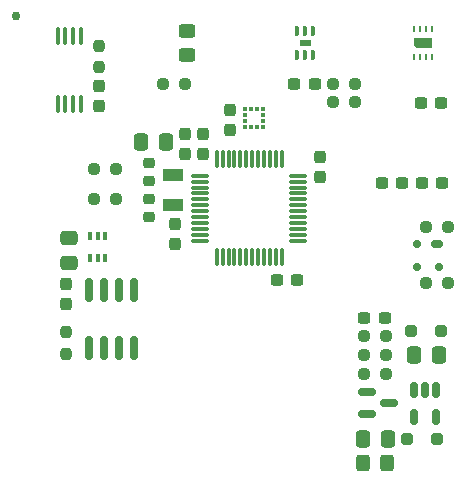
<source format=gtp>
G04 #@! TF.GenerationSoftware,KiCad,Pcbnew,9.0.4*
G04 #@! TF.CreationDate,2025-11-06T01:47:32+02:00*
G04 #@! TF.ProjectId,iot-risk-logger-stm32l4,696f742d-7269-4736-9b2d-6c6f67676572,1.0.0*
G04 #@! TF.SameCoordinates,Original*
G04 #@! TF.FileFunction,Paste,Top*
G04 #@! TF.FilePolarity,Positive*
%FSLAX46Y46*%
G04 Gerber Fmt 4.6, Leading zero omitted, Abs format (unit mm)*
G04 Created by KiCad (PCBNEW 9.0.4) date 2025-11-06 01:47:32*
%MOMM*%
%LPD*%
G01*
G04 APERTURE LIST*
G04 Aperture macros list*
%AMRoundRect*
0 Rectangle with rounded corners*
0 $1 Rounding radius*
0 $2 $3 $4 $5 $6 $7 $8 $9 X,Y pos of 4 corners*
0 Add a 4 corners polygon primitive as box body*
4,1,4,$2,$3,$4,$5,$6,$7,$8,$9,$2,$3,0*
0 Add four circle primitives for the rounded corners*
1,1,$1+$1,$2,$3*
1,1,$1+$1,$4,$5*
1,1,$1+$1,$6,$7*
1,1,$1+$1,$8,$9*
0 Add four rect primitives between the rounded corners*
20,1,$1+$1,$2,$3,$4,$5,0*
20,1,$1+$1,$4,$5,$6,$7,0*
20,1,$1+$1,$6,$7,$8,$9,0*
20,1,$1+$1,$8,$9,$2,$3,0*%
%AMFreePoly0*
4,1,6,0.450000,-0.800000,-0.450000,-0.800000,-0.450000,0.530000,-0.180000,0.800000,0.450000,0.800000,0.450000,-0.800000,0.450000,-0.800000,$1*%
G04 Aperture macros list end*
%ADD10C,0.010000*%
%ADD11RoundRect,0.150000X0.150000X-0.825000X0.150000X0.825000X-0.150000X0.825000X-0.150000X-0.825000X0*%
%ADD12RoundRect,0.237500X0.300000X0.237500X-0.300000X0.237500X-0.300000X-0.237500X0.300000X-0.237500X0*%
%ADD13RoundRect,0.150000X-0.587500X-0.150000X0.587500X-0.150000X0.587500X0.150000X-0.587500X0.150000X0*%
%ADD14RoundRect,0.237500X0.250000X0.237500X-0.250000X0.237500X-0.250000X-0.237500X0.250000X-0.237500X0*%
%ADD15RoundRect,0.237500X0.237500X-0.250000X0.237500X0.250000X-0.237500X0.250000X-0.237500X-0.250000X0*%
%ADD16RoundRect,0.237500X0.237500X-0.300000X0.237500X0.300000X-0.237500X0.300000X-0.237500X-0.300000X0*%
%ADD17R,0.375000X0.350000*%
%ADD18R,0.350000X0.375000*%
%ADD19RoundRect,0.100000X-0.100000X0.637500X-0.100000X-0.637500X0.100000X-0.637500X0.100000X0.637500X0*%
%ADD20RoundRect,0.225000X0.250000X-0.225000X0.250000X0.225000X-0.250000X0.225000X-0.250000X-0.225000X0*%
%ADD21RoundRect,0.237500X-0.237500X0.300000X-0.237500X-0.300000X0.237500X-0.300000X0.237500X0.300000X0*%
%ADD22RoundRect,0.237500X-0.300000X-0.237500X0.300000X-0.237500X0.300000X0.237500X-0.300000X0.237500X0*%
%ADD23RoundRect,0.250000X0.475000X-0.337500X0.475000X0.337500X-0.475000X0.337500X-0.475000X-0.337500X0*%
%ADD24RoundRect,0.250000X0.250000X0.250000X-0.250000X0.250000X-0.250000X-0.250000X0.250000X-0.250000X0*%
%ADD25RoundRect,0.237500X-0.250000X-0.237500X0.250000X-0.237500X0.250000X0.237500X-0.250000X0.237500X0*%
%ADD26FreePoly0,90.000000*%
%ADD27R,0.250000X0.550000*%
%ADD28RoundRect,0.075000X-0.662500X-0.075000X0.662500X-0.075000X0.662500X0.075000X-0.662500X0.075000X0*%
%ADD29RoundRect,0.075000X-0.075000X-0.662500X0.075000X-0.662500X0.075000X0.662500X-0.075000X0.662500X0*%
%ADD30RoundRect,0.250000X-0.250000X-0.250000X0.250000X-0.250000X0.250000X0.250000X-0.250000X0.250000X0*%
%ADD31RoundRect,0.250000X-0.450000X0.325000X-0.450000X-0.325000X0.450000X-0.325000X0.450000X0.325000X0*%
%ADD32RoundRect,0.175000X-0.325000X0.175000X-0.325000X-0.175000X0.325000X-0.175000X0.325000X0.175000X0*%
%ADD33RoundRect,0.150000X-0.150000X0.200000X-0.150000X-0.200000X0.150000X-0.200000X0.150000X0.200000X0*%
%ADD34C,0.762000*%
%ADD35RoundRect,0.225000X-0.250000X0.225000X-0.250000X-0.225000X0.250000X-0.225000X0.250000X0.225000X0*%
%ADD36RoundRect,0.250000X0.337500X0.475000X-0.337500X0.475000X-0.337500X-0.475000X0.337500X-0.475000X0*%
%ADD37RoundRect,0.100000X0.100000X-0.225000X0.100000X0.225000X-0.100000X0.225000X-0.100000X-0.225000X0*%
%ADD38R,1.800000X1.000000*%
%ADD39RoundRect,0.250000X0.325000X0.450000X-0.325000X0.450000X-0.325000X-0.450000X0.325000X-0.450000X0*%
%ADD40RoundRect,0.008100X-0.126900X0.361900X-0.126900X-0.361900X0.126900X-0.361900X0.126900X0.361900X0*%
%ADD41RoundRect,0.150000X-0.150000X0.512500X-0.150000X-0.512500X0.150000X-0.512500X0.150000X0.512500X0*%
G04 APERTURE END LIST*
D10*
G04 #@! TO.C,U3*
X70930000Y-25710000D02*
X70070000Y-25710000D01*
X70070000Y-25290000D01*
X70930000Y-25290000D01*
X70930000Y-25710000D01*
G36*
X70930000Y-25710000D02*
G01*
X70070000Y-25710000D01*
X70070000Y-25290000D01*
X70930000Y-25290000D01*
X70930000Y-25710000D01*
G37*
G04 #@! TD*
D11*
G04 #@! TO.C,U6*
X52222400Y-51370000D03*
X53492400Y-51370000D03*
X54762400Y-51370000D03*
X56032400Y-51370000D03*
X56032400Y-46420000D03*
X54762400Y-46420000D03*
X53492400Y-46420000D03*
X52222400Y-46420000D03*
G04 #@! TD*
D12*
G04 #@! TO.C,C10*
X69596000Y-28956000D03*
X71321000Y-28956000D03*
G04 #@! TD*
D13*
G04 #@! TO.C,Q1*
X77645500Y-56007000D03*
X75770500Y-56957000D03*
X75770500Y-55057000D03*
G04 #@! TD*
D14*
G04 #@! TO.C,R11*
X52681500Y-38735000D03*
X54506500Y-38735000D03*
G04 #@! TD*
D15*
G04 #@! TO.C,R6*
X53086000Y-25757500D03*
X53086000Y-27582500D03*
G04 #@! TD*
D16*
G04 #@! TO.C,C13*
X64135000Y-32866500D03*
X64135000Y-31141500D03*
G04 #@! TD*
D17*
G04 #@! TO.C,U5*
X66929500Y-32627000D03*
X66929500Y-32127000D03*
X66929500Y-31627000D03*
X66929500Y-31127000D03*
D18*
X66417000Y-31114500D03*
X65917000Y-31114500D03*
D17*
X65404500Y-31127000D03*
X65404500Y-31627000D03*
X65404500Y-32127000D03*
X65404500Y-32627000D03*
D18*
X65917000Y-32639500D03*
X66417000Y-32639500D03*
G04 #@! TD*
D19*
G04 #@! TO.C,U2*
X51521000Y-30675500D03*
X50871000Y-30675500D03*
X50221000Y-30675500D03*
X49571000Y-30675500D03*
X49571000Y-24950500D03*
X50221000Y-24950500D03*
X50871000Y-24950500D03*
X51521000Y-24950500D03*
G04 #@! TD*
D16*
G04 #@! TO.C,C9*
X53086000Y-29109500D03*
X53086000Y-30834500D03*
G04 #@! TD*
D14*
G04 #@! TO.C,R12*
X52681500Y-36195000D03*
X54506500Y-36195000D03*
G04 #@! TD*
D20*
G04 #@! TO.C,C18*
X57277000Y-40272000D03*
X57277000Y-38722000D03*
G04 #@! TD*
D21*
G04 #@! TO.C,C14*
X50292000Y-45873500D03*
X50292000Y-47598500D03*
G04 #@! TD*
D22*
G04 #@! TO.C,C19*
X76988500Y-37338000D03*
X78713500Y-37338000D03*
G04 #@! TD*
D21*
G04 #@! TO.C,C4*
X71755000Y-35149000D03*
X71755000Y-36874000D03*
G04 #@! TD*
D14*
G04 #@! TO.C,R2*
X82573500Y-45821600D03*
X80748500Y-45821600D03*
G04 #@! TD*
D23*
G04 #@! TO.C,C15*
X50546000Y-44112000D03*
X50546000Y-42037000D03*
G04 #@! TD*
D12*
G04 #@! TO.C,C6*
X69823500Y-45593000D03*
X68098500Y-45593000D03*
G04 #@! TD*
D24*
G04 #@! TO.C,D1*
X82022000Y-49911000D03*
X79522000Y-49911000D03*
G04 #@! TD*
D25*
G04 #@! TO.C,R9*
X72874500Y-28956000D03*
X74699500Y-28956000D03*
G04 #@! TD*
D26*
G04 #@! TO.C,U4*
X80500000Y-25500000D03*
D27*
X79750000Y-26675000D03*
X80250000Y-26675000D03*
X80750000Y-26675000D03*
X81250000Y-26675000D03*
X81250000Y-24325000D03*
X80750000Y-24325000D03*
X80250000Y-24325000D03*
X79750000Y-24325000D03*
G04 #@! TD*
D28*
G04 #@! TO.C,U7*
X61623500Y-36747000D03*
X61623500Y-37247000D03*
X61623500Y-37747000D03*
X61623500Y-38247000D03*
X61623500Y-38747000D03*
X61623500Y-39247000D03*
X61623500Y-39747000D03*
X61623500Y-40247000D03*
X61623500Y-40747000D03*
X61623500Y-41247000D03*
X61623500Y-41747000D03*
X61623500Y-42247000D03*
D29*
X63036000Y-43659500D03*
X63536000Y-43659500D03*
X64036000Y-43659500D03*
X64536000Y-43659500D03*
X65036000Y-43659500D03*
X65536000Y-43659500D03*
X66036000Y-43659500D03*
X66536000Y-43659500D03*
X67036000Y-43659500D03*
X67536000Y-43659500D03*
X68036000Y-43659500D03*
X68536000Y-43659500D03*
D28*
X69948500Y-42247000D03*
X69948500Y-41747000D03*
X69948500Y-41247000D03*
X69948500Y-40747000D03*
X69948500Y-40247000D03*
X69948500Y-39747000D03*
X69948500Y-39247000D03*
X69948500Y-38747000D03*
X69948500Y-38247000D03*
X69948500Y-37747000D03*
X69948500Y-37247000D03*
X69948500Y-36747000D03*
D29*
X68536000Y-35334500D03*
X68036000Y-35334500D03*
X67536000Y-35334500D03*
X67036000Y-35334500D03*
X66536000Y-35334500D03*
X66036000Y-35334500D03*
X65536000Y-35334500D03*
X65036000Y-35334500D03*
X64536000Y-35334500D03*
X64036000Y-35334500D03*
X63536000Y-35334500D03*
X63036000Y-35334500D03*
G04 #@! TD*
D12*
G04 #@! TO.C,C11*
X82015500Y-30607000D03*
X80290500Y-30607000D03*
G04 #@! TD*
D14*
G04 #@! TO.C,R5*
X77340000Y-50355000D03*
X75515000Y-50355000D03*
G04 #@! TD*
D30*
G04 #@! TO.C,D2*
X79162500Y-59055000D03*
X81662500Y-59055000D03*
G04 #@! TD*
D31*
G04 #@! TO.C,D4*
X60500000Y-24475000D03*
X60500000Y-26525000D03*
G04 #@! TD*
D32*
G04 #@! TO.C,D3*
X81649000Y-42484800D03*
D33*
X79949000Y-42484800D03*
X79949000Y-44484800D03*
X81849000Y-44484800D03*
G04 #@! TD*
D25*
G04 #@! TO.C,R10*
X72874500Y-30480000D03*
X74699500Y-30480000D03*
G04 #@! TD*
G04 #@! TO.C,R8*
X58500000Y-28956000D03*
X60325000Y-28956000D03*
G04 #@! TD*
D34*
G04 #@! TO.C,AE1*
X46000000Y-23206000D03*
G04 #@! TD*
D35*
G04 #@! TO.C,C17*
X57277000Y-35674000D03*
X57277000Y-37224000D03*
G04 #@! TD*
D16*
G04 #@! TO.C,C7*
X60325000Y-34898500D03*
X60325000Y-33173500D03*
G04 #@! TD*
D36*
G04 #@! TO.C,C1*
X81809500Y-51943000D03*
X79734500Y-51943000D03*
G04 #@! TD*
D21*
G04 #@! TO.C,C12*
X59461400Y-40818900D03*
X59461400Y-42543900D03*
G04 #@! TD*
D36*
G04 #@! TO.C,C3*
X58695500Y-33909000D03*
X56620500Y-33909000D03*
G04 #@! TD*
D37*
G04 #@! TO.C,U8*
X52309000Y-41849000D03*
X52959000Y-41849000D03*
X53609000Y-41849000D03*
X53609000Y-43749000D03*
X52959000Y-43749000D03*
X52309000Y-43749000D03*
G04 #@! TD*
D14*
G04 #@! TO.C,R3*
X77341100Y-53492400D03*
X75516100Y-53492400D03*
G04 #@! TD*
D38*
G04 #@! TO.C,Y1*
X59309000Y-36723000D03*
X59309000Y-39223000D03*
G04 #@! TD*
D39*
G04 #@! TO.C,FB1*
X77488000Y-61087000D03*
X75438000Y-61087000D03*
G04 #@! TD*
D40*
G04 #@! TO.C,U3*
X71150000Y-24505000D03*
X70500000Y-24505000D03*
X69850000Y-24505000D03*
X69850000Y-26495000D03*
X70500000Y-26495000D03*
X71150000Y-26495000D03*
G04 #@! TD*
D41*
G04 #@! TO.C,U1*
X81595000Y-54869500D03*
X80645000Y-54869500D03*
X79695000Y-54869500D03*
X79695000Y-57144500D03*
X81595000Y-57144500D03*
G04 #@! TD*
D25*
G04 #@! TO.C,R4*
X75541500Y-51943000D03*
X77366500Y-51943000D03*
G04 #@! TD*
D16*
G04 #@! TO.C,C5*
X61849000Y-34898500D03*
X61849000Y-33173500D03*
G04 #@! TD*
D36*
G04 #@! TO.C,C2*
X77491500Y-59055000D03*
X75416500Y-59055000D03*
G04 #@! TD*
D12*
G04 #@! TO.C,C8*
X77263500Y-48831000D03*
X75538500Y-48831000D03*
G04 #@! TD*
D15*
G04 #@! TO.C,R7*
X50292000Y-51839500D03*
X50292000Y-50014500D03*
G04 #@! TD*
D12*
G04 #@! TO.C,C16*
X80391000Y-37338000D03*
X82116000Y-37338000D03*
G04 #@! TD*
D14*
G04 #@! TO.C,R1*
X82573500Y-41122600D03*
X80748500Y-41122600D03*
G04 #@! TD*
M02*

</source>
